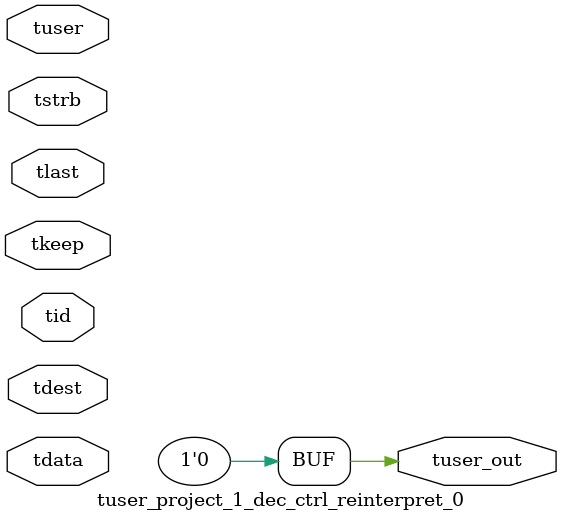
<source format=v>


`timescale 1ps/1ps

module tuser_project_1_dec_ctrl_reinterpret_0 #
(
parameter C_S_AXIS_TUSER_WIDTH = 1,
parameter C_S_AXIS_TDATA_WIDTH = 32,
parameter C_S_AXIS_TID_WIDTH   = 0,
parameter C_S_AXIS_TDEST_WIDTH = 0,
parameter C_M_AXIS_TUSER_WIDTH = 1
)
(
input  [(C_S_AXIS_TUSER_WIDTH == 0 ? 1 : C_S_AXIS_TUSER_WIDTH)-1:0     ] tuser,
input  [(C_S_AXIS_TDATA_WIDTH == 0 ? 1 : C_S_AXIS_TDATA_WIDTH)-1:0     ] tdata,
input  [(C_S_AXIS_TID_WIDTH   == 0 ? 1 : C_S_AXIS_TID_WIDTH)-1:0       ] tid,
input  [(C_S_AXIS_TDEST_WIDTH == 0 ? 1 : C_S_AXIS_TDEST_WIDTH)-1:0     ] tdest,
input  [(C_S_AXIS_TDATA_WIDTH/8)-1:0 ] tkeep,
input  [(C_S_AXIS_TDATA_WIDTH/8)-1:0 ] tstrb,
input                                                                    tlast,
output [C_M_AXIS_TUSER_WIDTH-1:0] tuser_out
);

assign tuser_out = {1'b0};

endmodule


</source>
